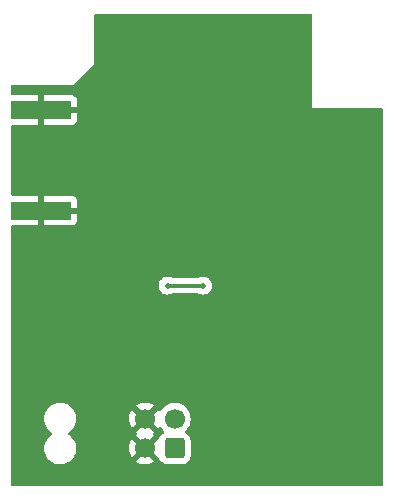
<source format=gbl>
%TF.GenerationSoftware,KiCad,Pcbnew,6.0.4-6f826c9f35~116~ubuntu20.04.1*%
%TF.CreationDate,2022-04-12T14:10:10-05:00*%
%TF.ProjectId,propagation_delay_led_pulser,70726f70-6167-4617-9469-6f6e5f64656c,1.1*%
%TF.SameCoordinates,Original*%
%TF.FileFunction,Copper,L2,Bot*%
%TF.FilePolarity,Positive*%
%FSLAX46Y46*%
G04 Gerber Fmt 4.6, Leading zero omitted, Abs format (unit mm)*
G04 Created by KiCad (PCBNEW 6.0.4-6f826c9f35~116~ubuntu20.04.1) date 2022-04-12 14:10:10*
%MOMM*%
%LPD*%
G01*
G04 APERTURE LIST*
G04 Aperture macros list*
%AMRoundRect*
0 Rectangle with rounded corners*
0 $1 Rounding radius*
0 $2 $3 $4 $5 $6 $7 $8 $9 X,Y pos of 4 corners*
0 Add a 4 corners polygon primitive as box body*
4,1,4,$2,$3,$4,$5,$6,$7,$8,$9,$2,$3,0*
0 Add four circle primitives for the rounded corners*
1,1,$1+$1,$2,$3*
1,1,$1+$1,$4,$5*
1,1,$1+$1,$6,$7*
1,1,$1+$1,$8,$9*
0 Add four rect primitives between the rounded corners*
20,1,$1+$1,$2,$3,$4,$5,0*
20,1,$1+$1,$4,$5,$6,$7,0*
20,1,$1+$1,$6,$7,$8,$9,0*
20,1,$1+$1,$8,$9,$2,$3,0*%
G04 Aperture macros list end*
%TA.AperFunction,ComponentPad*%
%ADD10RoundRect,0.250000X0.600000X0.600000X-0.600000X0.600000X-0.600000X-0.600000X0.600000X-0.600000X0*%
%TD*%
%TA.AperFunction,ComponentPad*%
%ADD11C,1.700000*%
%TD*%
%TA.AperFunction,SMDPad,CuDef*%
%ADD12R,5.080000X1.500000*%
%TD*%
%TA.AperFunction,ViaPad*%
%ADD13C,0.508000*%
%TD*%
%TA.AperFunction,Conductor*%
%ADD14C,0.304800*%
%TD*%
G04 APERTURE END LIST*
D10*
%TO.P,J1,1,Pin_1*%
%TO.N,VCC*%
X210750000Y-85492000D03*
D11*
%TO.P,J1,2,Pin_2*%
%TO.N,/LED_Anode*%
X210750000Y-82992000D03*
%TO.P,J1,3,Pin_3*%
%TO.N,GND*%
X208250000Y-85492000D03*
%TO.P,J1,4,Pin_4*%
X208250000Y-82992000D03*
%TD*%
D12*
%TO.P,J2,2,Ext*%
%TO.N,GND*%
X199459989Y-56862009D03*
X199459989Y-65362009D03*
%TD*%
D13*
%TO.N,GND*%
X206059989Y-63887009D03*
X202809989Y-65337009D03*
X202784989Y-56812009D03*
X210034989Y-74987009D03*
X213209989Y-86362009D03*
X220934989Y-81912009D03*
X221009989Y-66187009D03*
X217084989Y-69237009D03*
X214734989Y-78712009D03*
X204984989Y-53362009D03*
%TO.N,VCC*%
X210159989Y-71712009D03*
X213159989Y-71712009D03*
%TO.N,GND*%
X223534989Y-75612009D03*
%TD*%
D14*
%TO.N,VCC*%
X210159989Y-71712009D02*
X213159989Y-71712009D01*
%TD*%
%TA.AperFunction,Conductor*%
%TO.N,GND*%
G36*
X222352110Y-48732011D02*
G01*
X222398603Y-48785667D01*
X222409989Y-48838009D01*
X222409989Y-56712009D01*
X228283989Y-56712009D01*
X228352110Y-56732011D01*
X228398603Y-56785667D01*
X228409989Y-56838009D01*
X228409989Y-88586009D01*
X228389987Y-88654130D01*
X228336331Y-88700623D01*
X228283989Y-88712009D01*
X197044500Y-88712009D01*
X196976379Y-88692007D01*
X196929886Y-88638351D01*
X196918500Y-88586009D01*
X196918500Y-85427774D01*
X199708102Y-85427774D01*
X199708302Y-85433103D01*
X199708302Y-85433105D01*
X199710402Y-85489035D01*
X199716751Y-85658158D01*
X199764093Y-85883791D01*
X199766051Y-85888750D01*
X199766052Y-85888752D01*
X199772183Y-85904275D01*
X199848776Y-86098221D01*
X199851543Y-86102780D01*
X199851544Y-86102783D01*
X199877525Y-86145598D01*
X199968377Y-86295317D01*
X199971874Y-86299347D01*
X200067020Y-86408993D01*
X200119477Y-86469445D01*
X200123608Y-86472832D01*
X200293627Y-86612240D01*
X200293633Y-86612244D01*
X200297755Y-86615624D01*
X200302391Y-86618263D01*
X200302394Y-86618265D01*
X200436025Y-86694332D01*
X200498114Y-86729675D01*
X200714825Y-86808337D01*
X200720074Y-86809286D01*
X200720077Y-86809287D01*
X200937608Y-86848623D01*
X200937615Y-86848624D01*
X200941692Y-86849361D01*
X200958889Y-86850172D01*
X200964356Y-86850430D01*
X200964363Y-86850430D01*
X200965844Y-86850500D01*
X201127890Y-86850500D01*
X201204047Y-86844038D01*
X201294409Y-86836371D01*
X201294413Y-86836370D01*
X201299720Y-86835920D01*
X201304875Y-86834582D01*
X201304881Y-86834581D01*
X201517703Y-86779343D01*
X201517707Y-86779342D01*
X201522872Y-86778001D01*
X201527738Y-86775809D01*
X201527741Y-86775808D01*
X201728202Y-86685507D01*
X201733075Y-86683312D01*
X201831790Y-86616853D01*
X207489977Y-86616853D01*
X207495258Y-86623907D01*
X207656756Y-86718279D01*
X207666042Y-86722729D01*
X207865001Y-86798703D01*
X207874899Y-86801579D01*
X208083595Y-86844038D01*
X208093823Y-86845257D01*
X208306650Y-86853062D01*
X208316936Y-86852595D01*
X208528185Y-86825534D01*
X208538262Y-86823392D01*
X208742255Y-86762191D01*
X208751842Y-86758433D01*
X208943098Y-86664738D01*
X208951944Y-86659465D01*
X208999247Y-86625723D01*
X209007648Y-86615023D01*
X209000660Y-86601870D01*
X208262812Y-85864022D01*
X208248868Y-85856408D01*
X208247035Y-85856539D01*
X208240420Y-85860790D01*
X207496737Y-86604473D01*
X207489977Y-86616853D01*
X201831790Y-86616853D01*
X201924319Y-86554559D01*
X202091135Y-86395424D01*
X202228754Y-86210458D01*
X202261731Y-86145598D01*
X202330822Y-86009704D01*
X202333240Y-86004949D01*
X202364501Y-85904275D01*
X202400024Y-85789871D01*
X202401607Y-85784773D01*
X202415960Y-85676477D01*
X202431198Y-85561511D01*
X202431198Y-85561506D01*
X202431898Y-85556226D01*
X202429847Y-85501580D01*
X202428431Y-85463863D01*
X206888050Y-85463863D01*
X206900309Y-85676477D01*
X206901745Y-85686697D01*
X206948565Y-85894446D01*
X206951645Y-85904275D01*
X207031770Y-86101603D01*
X207036413Y-86110794D01*
X207116460Y-86241420D01*
X207126916Y-86250880D01*
X207135694Y-86247096D01*
X207877978Y-85504812D01*
X207884356Y-85493132D01*
X208614408Y-85493132D01*
X208614539Y-85494965D01*
X208618790Y-85501580D01*
X209360475Y-86243265D01*
X209366368Y-86246483D01*
X209416568Y-86296687D01*
X209425502Y-86317192D01*
X209455729Y-86407791D01*
X209458450Y-86415946D01*
X209551522Y-86566348D01*
X209676697Y-86691305D01*
X209682927Y-86695145D01*
X209682928Y-86695146D01*
X209820090Y-86779694D01*
X209827262Y-86784115D01*
X209903154Y-86809287D01*
X209988611Y-86837632D01*
X209988613Y-86837632D01*
X209995139Y-86839797D01*
X210001975Y-86840497D01*
X210001978Y-86840498D01*
X210036531Y-86844038D01*
X210099600Y-86850500D01*
X211400400Y-86850500D01*
X211403646Y-86850163D01*
X211403650Y-86850163D01*
X211499308Y-86840238D01*
X211499312Y-86840237D01*
X211506166Y-86839526D01*
X211512702Y-86837345D01*
X211512704Y-86837345D01*
X211644806Y-86793272D01*
X211673946Y-86783550D01*
X211824348Y-86690478D01*
X211949305Y-86565303D01*
X212042115Y-86414738D01*
X212081725Y-86295317D01*
X212095632Y-86253389D01*
X212095632Y-86253387D01*
X212097797Y-86246861D01*
X212108500Y-86142400D01*
X212108500Y-84841600D01*
X212101932Y-84778297D01*
X212098238Y-84742692D01*
X212098237Y-84742688D01*
X212097526Y-84735834D01*
X212083317Y-84693243D01*
X212043868Y-84575002D01*
X212041550Y-84568054D01*
X211948478Y-84417652D01*
X211823303Y-84292695D01*
X211678823Y-84203636D01*
X211631330Y-84150864D01*
X211619906Y-84080792D01*
X211648180Y-84015668D01*
X211655999Y-84007125D01*
X211784435Y-83879137D01*
X211788096Y-83875489D01*
X211918453Y-83694077D01*
X211929841Y-83671036D01*
X212015136Y-83498453D01*
X212015137Y-83498451D01*
X212017430Y-83493811D01*
X212082370Y-83280069D01*
X212111529Y-83058590D01*
X212113156Y-82992000D01*
X212094852Y-82769361D01*
X212040431Y-82552702D01*
X211951354Y-82347840D01*
X211830014Y-82160277D01*
X211679670Y-81995051D01*
X211675619Y-81991852D01*
X211675615Y-81991848D01*
X211508414Y-81859800D01*
X211508410Y-81859798D01*
X211504359Y-81856598D01*
X211308789Y-81748638D01*
X211303920Y-81746914D01*
X211303916Y-81746912D01*
X211103087Y-81675795D01*
X211103083Y-81675794D01*
X211098212Y-81674069D01*
X211093119Y-81673162D01*
X211093116Y-81673161D01*
X210883373Y-81635800D01*
X210883367Y-81635799D01*
X210878284Y-81634894D01*
X210804452Y-81633992D01*
X210660081Y-81632228D01*
X210660079Y-81632228D01*
X210654911Y-81632165D01*
X210434091Y-81665955D01*
X210221756Y-81735357D01*
X210188819Y-81752503D01*
X210096257Y-81800688D01*
X210023607Y-81838507D01*
X210019474Y-81841610D01*
X210019471Y-81841612D01*
X209906463Y-81926461D01*
X209844965Y-81972635D01*
X209690629Y-82134138D01*
X209616233Y-82243199D01*
X209603428Y-82261970D01*
X209548517Y-82306972D01*
X209477992Y-82315143D01*
X209414245Y-82283889D01*
X209393548Y-82259404D01*
X209383064Y-82243199D01*
X209372377Y-82233995D01*
X209362812Y-82238398D01*
X208622022Y-82979188D01*
X208614408Y-82993132D01*
X208614539Y-82994965D01*
X208618790Y-83001580D01*
X209360474Y-83743264D01*
X209372484Y-83749823D01*
X209384223Y-83740855D01*
X209398397Y-83721130D01*
X209454392Y-83677482D01*
X209525095Y-83671036D01*
X209588059Y-83703838D01*
X209608153Y-83728821D01*
X209649987Y-83797088D01*
X209796250Y-83965938D01*
X209836031Y-83998965D01*
X209875666Y-84057865D01*
X209877165Y-84128846D01*
X209840051Y-84189369D01*
X209821849Y-84203052D01*
X209757241Y-84243033D01*
X209675652Y-84293522D01*
X209550695Y-84418697D01*
X209457885Y-84569262D01*
X209451479Y-84588576D01*
X209426028Y-84665308D01*
X209385597Y-84723668D01*
X209364370Y-84736840D01*
X208622022Y-85479188D01*
X208614408Y-85493132D01*
X207884356Y-85493132D01*
X207885592Y-85490868D01*
X207885461Y-85489035D01*
X207881210Y-85482420D01*
X207139849Y-84741059D01*
X207128313Y-84734759D01*
X207116031Y-84744382D01*
X207068089Y-84814662D01*
X207063004Y-84823613D01*
X206973338Y-85016783D01*
X206969775Y-85026470D01*
X206912864Y-85231681D01*
X206910933Y-85241800D01*
X206888302Y-85453574D01*
X206888050Y-85463863D01*
X202428431Y-85463863D01*
X202423449Y-85331173D01*
X202423249Y-85325842D01*
X202375907Y-85100209D01*
X202291224Y-84885779D01*
X202266398Y-84844866D01*
X202174390Y-84693243D01*
X202171623Y-84688683D01*
X202084755Y-84588576D01*
X202024023Y-84518588D01*
X202024021Y-84518586D01*
X202020523Y-84514555D01*
X201978970Y-84480484D01*
X201846373Y-84371760D01*
X201846367Y-84371756D01*
X201842245Y-84368376D01*
X201810750Y-84350448D01*
X201761445Y-84299368D01*
X201747583Y-84229738D01*
X201773566Y-84163667D01*
X201802716Y-84136427D01*
X201831790Y-84116853D01*
X207489977Y-84116853D01*
X207495258Y-84123907D01*
X207508658Y-84131738D01*
X207557381Y-84183377D01*
X207570451Y-84253160D01*
X207543719Y-84318932D01*
X207520740Y-84341284D01*
X207499677Y-84357099D01*
X207491223Y-84368427D01*
X207497968Y-84380758D01*
X208237188Y-85119978D01*
X208251132Y-85127592D01*
X208252965Y-85127461D01*
X208259580Y-85123210D01*
X209003389Y-84379401D01*
X209010410Y-84366544D01*
X209003611Y-84357213D01*
X208999554Y-84354518D01*
X208993730Y-84351303D01*
X208943758Y-84300871D01*
X208928986Y-84231429D01*
X208954101Y-84165023D01*
X208981452Y-84138417D01*
X208999246Y-84125724D01*
X209007648Y-84115023D01*
X209000660Y-84101870D01*
X208262812Y-83364022D01*
X208248868Y-83356408D01*
X208247035Y-83356539D01*
X208240420Y-83360790D01*
X207496737Y-84104473D01*
X207489977Y-84116853D01*
X201831790Y-84116853D01*
X201854045Y-84101870D01*
X201924319Y-84054559D01*
X201982599Y-83998963D01*
X202087278Y-83899103D01*
X202091135Y-83895424D01*
X202228754Y-83710458D01*
X202234948Y-83698277D01*
X202330822Y-83509704D01*
X202333240Y-83504949D01*
X202336699Y-83493811D01*
X202400024Y-83289871D01*
X202401607Y-83284773D01*
X202415960Y-83176477D01*
X202431198Y-83061511D01*
X202431198Y-83061506D01*
X202431898Y-83056226D01*
X202429847Y-83001580D01*
X202428431Y-82963863D01*
X206888050Y-82963863D01*
X206900309Y-83176477D01*
X206901745Y-83186697D01*
X206948565Y-83394446D01*
X206951645Y-83404275D01*
X207031770Y-83601603D01*
X207036413Y-83610794D01*
X207116460Y-83741420D01*
X207126916Y-83750880D01*
X207135694Y-83747096D01*
X207877978Y-83004812D01*
X207885592Y-82990868D01*
X207885461Y-82989035D01*
X207881210Y-82982420D01*
X207139849Y-82241059D01*
X207128313Y-82234759D01*
X207116031Y-82244382D01*
X207068089Y-82314662D01*
X207063004Y-82323613D01*
X206973338Y-82516783D01*
X206969775Y-82526470D01*
X206912864Y-82731681D01*
X206910933Y-82741800D01*
X206888302Y-82953574D01*
X206888050Y-82963863D01*
X202428431Y-82963863D01*
X202423449Y-82831173D01*
X202423249Y-82825842D01*
X202375907Y-82600209D01*
X202359127Y-82557720D01*
X202293185Y-82390744D01*
X202293184Y-82390742D01*
X202291224Y-82385779D01*
X202271085Y-82352590D01*
X202174390Y-82193243D01*
X202171623Y-82188683D01*
X202127995Y-82138406D01*
X202024023Y-82018588D01*
X202024021Y-82018586D01*
X202020523Y-82014555D01*
X201965611Y-81969530D01*
X201846373Y-81871760D01*
X201846367Y-81871756D01*
X201842307Y-81868427D01*
X207491223Y-81868427D01*
X207497968Y-81880758D01*
X208237188Y-82619978D01*
X208251132Y-82627592D01*
X208252965Y-82627461D01*
X208259580Y-82623210D01*
X209003389Y-81879401D01*
X209010410Y-81866544D01*
X209003611Y-81857213D01*
X208999554Y-81854518D01*
X208813117Y-81751599D01*
X208803705Y-81747369D01*
X208602959Y-81676280D01*
X208592989Y-81673646D01*
X208383327Y-81636301D01*
X208373073Y-81635331D01*
X208160116Y-81632728D01*
X208149832Y-81633448D01*
X207939321Y-81665661D01*
X207929293Y-81668050D01*
X207726868Y-81734212D01*
X207717359Y-81738209D01*
X207528466Y-81836540D01*
X207519734Y-81842039D01*
X207499677Y-81857099D01*
X207491223Y-81868427D01*
X201842307Y-81868427D01*
X201842245Y-81868376D01*
X201837609Y-81865737D01*
X201837606Y-81865735D01*
X201646529Y-81756968D01*
X201641886Y-81754325D01*
X201425175Y-81675663D01*
X201419926Y-81674714D01*
X201419923Y-81674713D01*
X201202392Y-81635377D01*
X201202385Y-81635376D01*
X201198308Y-81634639D01*
X201180586Y-81633803D01*
X201175644Y-81633570D01*
X201175637Y-81633570D01*
X201174156Y-81633500D01*
X201012110Y-81633500D01*
X200945191Y-81639178D01*
X200845591Y-81647629D01*
X200845587Y-81647630D01*
X200840280Y-81648080D01*
X200835125Y-81649418D01*
X200835119Y-81649419D01*
X200622297Y-81704657D01*
X200622293Y-81704658D01*
X200617128Y-81705999D01*
X200612262Y-81708191D01*
X200612259Y-81708192D01*
X200503980Y-81756968D01*
X200406925Y-81800688D01*
X200215681Y-81929441D01*
X200048865Y-82088576D01*
X199911246Y-82273542D01*
X199908830Y-82278293D01*
X199908828Y-82278297D01*
X199873471Y-82347840D01*
X199806760Y-82479051D01*
X199805178Y-82484145D01*
X199805177Y-82484148D01*
X199763001Y-82619978D01*
X199738393Y-82699227D01*
X199737692Y-82704516D01*
X199722304Y-82820623D01*
X199708102Y-82927774D01*
X199708302Y-82933103D01*
X199708302Y-82933105D01*
X199710387Y-82988646D01*
X199716751Y-83158158D01*
X199764093Y-83383791D01*
X199766051Y-83388750D01*
X199766052Y-83388752D01*
X199772183Y-83404275D01*
X199848776Y-83598221D01*
X199851543Y-83602780D01*
X199851544Y-83602783D01*
X199912866Y-83703838D01*
X199968377Y-83795317D01*
X199971874Y-83799347D01*
X200058438Y-83899103D01*
X200119477Y-83969445D01*
X200123608Y-83972832D01*
X200293627Y-84112240D01*
X200293633Y-84112244D01*
X200297755Y-84115624D01*
X200329250Y-84133552D01*
X200378555Y-84184632D01*
X200392417Y-84254262D01*
X200366434Y-84320333D01*
X200337284Y-84347573D01*
X200215681Y-84429441D01*
X200048865Y-84588576D01*
X199911246Y-84773542D01*
X199908830Y-84778293D01*
X199908828Y-84778297D01*
X199874983Y-84844866D01*
X199806760Y-84979051D01*
X199805178Y-84984145D01*
X199805177Y-84984148D01*
X199763001Y-85119978D01*
X199738393Y-85199227D01*
X199737692Y-85204516D01*
X199722304Y-85320623D01*
X199708102Y-85427774D01*
X196918500Y-85427774D01*
X196918500Y-71701295D01*
X209392739Y-71701295D01*
X209409432Y-71871545D01*
X209463429Y-72033865D01*
X209467076Y-72039887D01*
X209467077Y-72039889D01*
X209548395Y-72174163D01*
X209548398Y-72174166D01*
X209552045Y-72180189D01*
X209670878Y-72303243D01*
X209676774Y-72307101D01*
X209804496Y-72390680D01*
X209814019Y-72396912D01*
X209820623Y-72399368D01*
X209820625Y-72399369D01*
X209967746Y-72454083D01*
X209967748Y-72454083D01*
X209974356Y-72456541D01*
X210053443Y-72467094D01*
X210136938Y-72478235D01*
X210136942Y-72478235D01*
X210143919Y-72479166D01*
X210150930Y-72478528D01*
X210150934Y-72478528D01*
X210307262Y-72464301D01*
X210307264Y-72464301D01*
X210314281Y-72463662D01*
X210320979Y-72461486D01*
X210320982Y-72461485D01*
X210470278Y-72412975D01*
X210470280Y-72412974D01*
X210476974Y-72410799D01*
X210500270Y-72396912D01*
X210510724Y-72390680D01*
X210575241Y-72372909D01*
X212739776Y-72372909D01*
X212801160Y-72391209D01*
X212801833Y-72389877D01*
X212808123Y-72393054D01*
X212814019Y-72396912D01*
X212910558Y-72432815D01*
X212967746Y-72454083D01*
X212967748Y-72454083D01*
X212974356Y-72456541D01*
X213053443Y-72467094D01*
X213136938Y-72478235D01*
X213136942Y-72478235D01*
X213143919Y-72479166D01*
X213150930Y-72478528D01*
X213150934Y-72478528D01*
X213307262Y-72464301D01*
X213307264Y-72464301D01*
X213314281Y-72463662D01*
X213320979Y-72461486D01*
X213320982Y-72461485D01*
X213470278Y-72412975D01*
X213470280Y-72412974D01*
X213476974Y-72410799D01*
X213623913Y-72323206D01*
X213747794Y-72205236D01*
X213761068Y-72185258D01*
X213838559Y-72068623D01*
X213842460Y-72062752D01*
X213903207Y-71902835D01*
X213927015Y-71733434D01*
X213927314Y-71712009D01*
X213908245Y-71542009D01*
X213851988Y-71380459D01*
X213761337Y-71235387D01*
X213748148Y-71222105D01*
X213645761Y-71119001D01*
X213640798Y-71114003D01*
X213541692Y-71051109D01*
X213502305Y-71026113D01*
X213502302Y-71026111D01*
X213496362Y-71022342D01*
X213489729Y-71019980D01*
X213341843Y-70967320D01*
X213341838Y-70967319D01*
X213335208Y-70964958D01*
X213328220Y-70964125D01*
X213328217Y-70964124D01*
X213212644Y-70950343D01*
X213165346Y-70944703D01*
X213158343Y-70945439D01*
X213158342Y-70945439D01*
X213113947Y-70950105D01*
X212995217Y-70962584D01*
X212833278Y-71017713D01*
X212809361Y-71032427D01*
X212743340Y-71051109D01*
X210578299Y-71051109D01*
X210510785Y-71031495D01*
X210502305Y-71026113D01*
X210502302Y-71026111D01*
X210496362Y-71022342D01*
X210489729Y-71019980D01*
X210341843Y-70967320D01*
X210341838Y-70967319D01*
X210335208Y-70964958D01*
X210328220Y-70964125D01*
X210328217Y-70964124D01*
X210212644Y-70950343D01*
X210165346Y-70944703D01*
X210158343Y-70945439D01*
X210158342Y-70945439D01*
X210113947Y-70950105D01*
X209995217Y-70962584D01*
X209985060Y-70966042D01*
X209839945Y-71015443D01*
X209839942Y-71015444D01*
X209833278Y-71017713D01*
X209687577Y-71107349D01*
X209682546Y-71112276D01*
X209682543Y-71112278D01*
X209675678Y-71119001D01*
X209565355Y-71227037D01*
X209561536Y-71232962D01*
X209561535Y-71232964D01*
X209556124Y-71241361D01*
X209472687Y-71370829D01*
X209470276Y-71377452D01*
X209470275Y-71377455D01*
X209416589Y-71524956D01*
X209416588Y-71524961D01*
X209414179Y-71531579D01*
X209392739Y-71701295D01*
X196918500Y-71701295D01*
X196918500Y-66746009D01*
X196938502Y-66677888D01*
X196992158Y-66631395D01*
X197044500Y-66620009D01*
X199187874Y-66620009D01*
X199203113Y-66615534D01*
X199204318Y-66614144D01*
X199205989Y-66606461D01*
X199205989Y-66601893D01*
X199713989Y-66601893D01*
X199718464Y-66617132D01*
X199719854Y-66618337D01*
X199727537Y-66620008D01*
X202044658Y-66620008D01*
X202051479Y-66619638D01*
X202102341Y-66614114D01*
X202117593Y-66610488D01*
X202238043Y-66565333D01*
X202253638Y-66556795D01*
X202355713Y-66480294D01*
X202368274Y-66467733D01*
X202444775Y-66365658D01*
X202453313Y-66350063D01*
X202498467Y-66229615D01*
X202502094Y-66214360D01*
X202507620Y-66163495D01*
X202507989Y-66156681D01*
X202507989Y-65634124D01*
X202503514Y-65618885D01*
X202502124Y-65617680D01*
X202494441Y-65616009D01*
X199732104Y-65616009D01*
X199716865Y-65620484D01*
X199715660Y-65621874D01*
X199713989Y-65629557D01*
X199713989Y-66601893D01*
X199205989Y-66601893D01*
X199205989Y-65089894D01*
X199713989Y-65089894D01*
X199718464Y-65105133D01*
X199719854Y-65106338D01*
X199727537Y-65108009D01*
X202489873Y-65108009D01*
X202505112Y-65103534D01*
X202506317Y-65102144D01*
X202507988Y-65094461D01*
X202507988Y-64567340D01*
X202507618Y-64560519D01*
X202502094Y-64509657D01*
X202498468Y-64494405D01*
X202453313Y-64373955D01*
X202444775Y-64358360D01*
X202368274Y-64256285D01*
X202355713Y-64243724D01*
X202253638Y-64167223D01*
X202238043Y-64158685D01*
X202117595Y-64113531D01*
X202102340Y-64109904D01*
X202051475Y-64104378D01*
X202044661Y-64104009D01*
X199732104Y-64104009D01*
X199716865Y-64108484D01*
X199715660Y-64109874D01*
X199713989Y-64117557D01*
X199713989Y-65089894D01*
X199205989Y-65089894D01*
X199205989Y-64122125D01*
X199201514Y-64106886D01*
X199200124Y-64105681D01*
X199192441Y-64104010D01*
X197044500Y-64104010D01*
X196976379Y-64084008D01*
X196929886Y-64030352D01*
X196918500Y-63978010D01*
X196918500Y-58246009D01*
X196938502Y-58177888D01*
X196992158Y-58131395D01*
X197044500Y-58120009D01*
X199187874Y-58120009D01*
X199203113Y-58115534D01*
X199204318Y-58114144D01*
X199205989Y-58106461D01*
X199205989Y-58101893D01*
X199713989Y-58101893D01*
X199718464Y-58117132D01*
X199719854Y-58118337D01*
X199727537Y-58120008D01*
X202044658Y-58120008D01*
X202051479Y-58119638D01*
X202102341Y-58114114D01*
X202117593Y-58110488D01*
X202238043Y-58065333D01*
X202253638Y-58056795D01*
X202355713Y-57980294D01*
X202368274Y-57967733D01*
X202444775Y-57865658D01*
X202453313Y-57850063D01*
X202498467Y-57729615D01*
X202502094Y-57714360D01*
X202507620Y-57663495D01*
X202507989Y-57656681D01*
X202507989Y-57134124D01*
X202503514Y-57118885D01*
X202502124Y-57117680D01*
X202494441Y-57116009D01*
X199732104Y-57116009D01*
X199716865Y-57120484D01*
X199715660Y-57121874D01*
X199713989Y-57129557D01*
X199713989Y-58101893D01*
X199205989Y-58101893D01*
X199205989Y-56589894D01*
X199713989Y-56589894D01*
X199718464Y-56605133D01*
X199719854Y-56606338D01*
X199727537Y-56608009D01*
X202489873Y-56608009D01*
X202505112Y-56603534D01*
X202506317Y-56602144D01*
X202507988Y-56594461D01*
X202507988Y-56067340D01*
X202507618Y-56060519D01*
X202502094Y-56009657D01*
X202498468Y-55994405D01*
X202453313Y-55873955D01*
X202444775Y-55858360D01*
X202368274Y-55756285D01*
X202355713Y-55743724D01*
X202253638Y-55667223D01*
X202238043Y-55658685D01*
X202117595Y-55613531D01*
X202102340Y-55609904D01*
X202051475Y-55604378D01*
X202044661Y-55604009D01*
X199732104Y-55604009D01*
X199716865Y-55608484D01*
X199715660Y-55609874D01*
X199713989Y-55617557D01*
X199713989Y-56589894D01*
X199205989Y-56589894D01*
X199205989Y-55622125D01*
X199201514Y-55606886D01*
X199200124Y-55605681D01*
X199192441Y-55604010D01*
X197044500Y-55604010D01*
X196976379Y-55584008D01*
X196929886Y-55530352D01*
X196918500Y-55478010D01*
X196918500Y-54838009D01*
X196938502Y-54769888D01*
X196992158Y-54723395D01*
X197044500Y-54712009D01*
X202159989Y-54712009D01*
X203909989Y-52962009D01*
X203909989Y-48838009D01*
X203929991Y-48769888D01*
X203983647Y-48723395D01*
X204035989Y-48712009D01*
X222283989Y-48712009D01*
X222352110Y-48732011D01*
G37*
%TD.AperFunction*%
%TD*%
M02*

</source>
